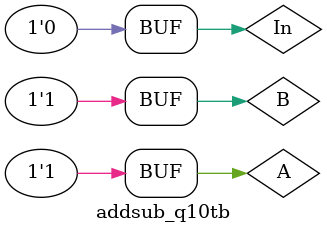
<source format=v>
module addsub_q10tb;
reg A,B,In;
wire Res,Out;
add_sub obj(.A(A),.B(B),.In(In),.Res(Res),.Out(Out));
 initial 
  begin
    A=1'b0;B=1'b0;In=1'b0;
    #10
	 A=1'b0;B=1'b0;In=1'b1;
	 #10
	 A=1'b0;B=1'b1;In=1'b0;
	 #10
	 A=1'b1;B=1'b0;In=1'b0;
	 #10
	 A=1'b1;B=1'b1;In=1'b1;
	 #10
	 A=1'b1;B=1'b0;In=1'b1;
	 #10
	 A=1'b1;B=1'b1;In=1'b0;
  end
     
endmodule

</source>
